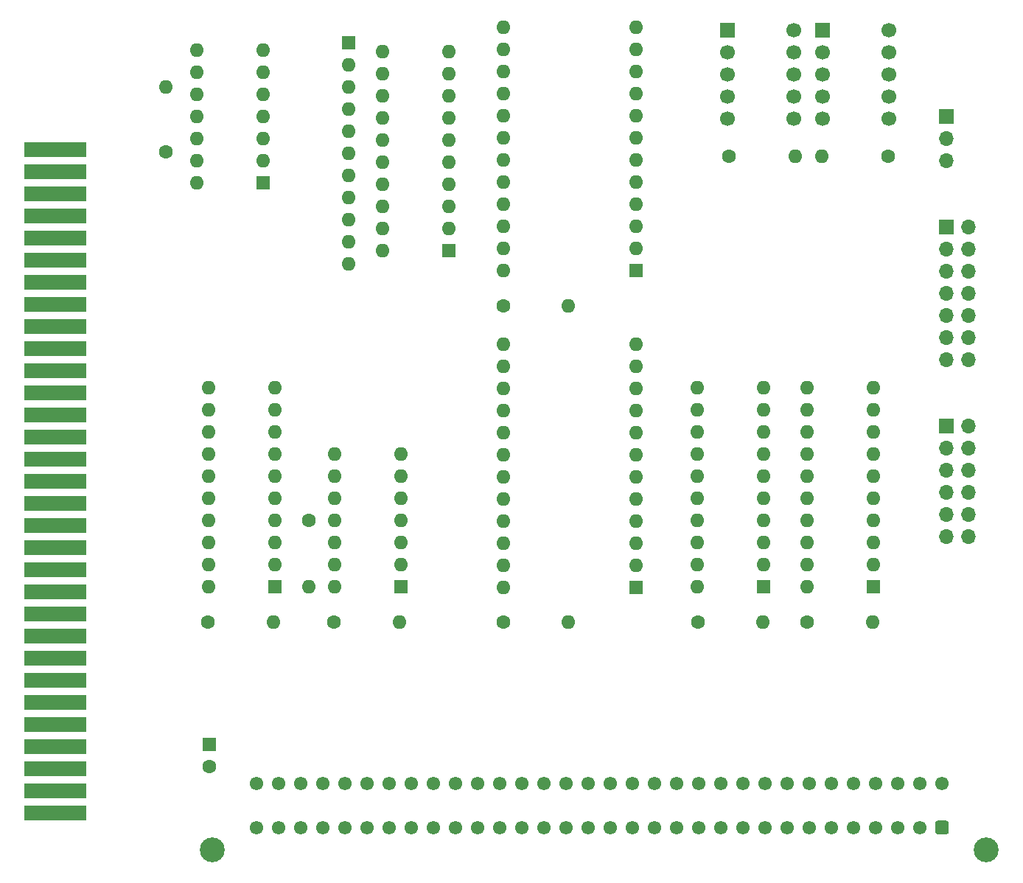
<source format=gbr>
%TF.GenerationSoftware,KiCad,Pcbnew,(5.1.12)-1*%
%TF.CreationDate,2022-05-03T20:15:27+02:00*%
%TF.ProjectId,ec1834-post,65633138-3334-42d7-906f-73742e6b6963,2*%
%TF.SameCoordinates,Original*%
%TF.FileFunction,Soldermask,Bot*%
%TF.FilePolarity,Negative*%
%FSLAX46Y46*%
G04 Gerber Fmt 4.6, Leading zero omitted, Abs format (unit mm)*
G04 Created by KiCad (PCBNEW (5.1.12)-1) date 2022-05-03 20:15:27*
%MOMM*%
%LPD*%
G01*
G04 APERTURE LIST*
%ADD10O,1.600000X1.600000*%
%ADD11R,1.600000X1.600000*%
%ADD12C,1.550000*%
%ADD13C,2.850000*%
%ADD14C,1.600000*%
%ADD15O,1.700000X1.700000*%
%ADD16R,1.700000X1.700000*%
%ADD17R,7.112000X1.778000*%
%ADD18C,1.700000*%
G04 APERTURE END LIST*
D10*
%TO.C,U3*%
X70866000Y-73660000D03*
X78486000Y-58420000D03*
X70866000Y-71120000D03*
X78486000Y-60960000D03*
X70866000Y-68580000D03*
X78486000Y-63500000D03*
X70866000Y-66040000D03*
X78486000Y-66040000D03*
X70866000Y-63500000D03*
X78486000Y-68580000D03*
X70866000Y-60960000D03*
X78486000Y-71120000D03*
X70866000Y-58420000D03*
D11*
X78486000Y-73660000D03*
%TD*%
D10*
%TO.C,U5*%
X106045000Y-83756500D03*
X121285000Y-55816500D03*
X106045000Y-81216500D03*
X121285000Y-58356500D03*
X106045000Y-78676500D03*
X121285000Y-60896500D03*
X106045000Y-76136500D03*
X121285000Y-63436500D03*
X106045000Y-73596500D03*
X121285000Y-65976500D03*
X106045000Y-71056500D03*
X121285000Y-68516500D03*
X106045000Y-68516500D03*
X121285000Y-71056500D03*
X106045000Y-65976500D03*
X121285000Y-73596500D03*
X106045000Y-63436500D03*
X121285000Y-76136500D03*
X106045000Y-60896500D03*
X121285000Y-78676500D03*
X106045000Y-58356500D03*
X121285000Y-81216500D03*
X106045000Y-55816500D03*
D11*
X121285000Y-83756500D03*
%TD*%
D12*
%TO.C,J0*%
X77724000Y-142621000D03*
X80264000Y-142621000D03*
X82804000Y-142621000D03*
X85344000Y-142621000D03*
X87884000Y-142621000D03*
X90424000Y-142621000D03*
X92964000Y-142621000D03*
X95504000Y-142621000D03*
X98044000Y-142621000D03*
X100584000Y-142621000D03*
X103124000Y-142621000D03*
X105664000Y-142621000D03*
X108204000Y-142621000D03*
X110744000Y-142621000D03*
X113284000Y-142621000D03*
X115824000Y-142621000D03*
X118364000Y-142621000D03*
X120904000Y-142621000D03*
X123444000Y-142621000D03*
X125984000Y-142621000D03*
X128524000Y-142621000D03*
X131064000Y-142621000D03*
X133604000Y-142621000D03*
X136144000Y-142621000D03*
X138684000Y-142621000D03*
X141224000Y-142621000D03*
X143764000Y-142621000D03*
X146304000Y-142621000D03*
X148844000Y-142621000D03*
X151384000Y-142621000D03*
X153924000Y-142621000D03*
X156464000Y-142621000D03*
X77724000Y-147701000D03*
X80264000Y-147701000D03*
X82804000Y-147701000D03*
X85344000Y-147701000D03*
X87884000Y-147701000D03*
X90424000Y-147701000D03*
X92964000Y-147701000D03*
X95504000Y-147701000D03*
X98044000Y-147701000D03*
X100584000Y-147701000D03*
X103124000Y-147701000D03*
X105664000Y-147701000D03*
X108204000Y-147701000D03*
X110744000Y-147701000D03*
X113284000Y-147701000D03*
X115824000Y-147701000D03*
X118364000Y-147701000D03*
X120904000Y-147701000D03*
X123444000Y-147701000D03*
X125984000Y-147701000D03*
X128524000Y-147701000D03*
X131064000Y-147701000D03*
X133604000Y-147701000D03*
X136144000Y-147701000D03*
X138684000Y-147701000D03*
X141224000Y-147701000D03*
X143764000Y-147701000D03*
X146304000Y-147701000D03*
X148844000Y-147701000D03*
X151384000Y-147701000D03*
X153924000Y-147701000D03*
G36*
G01*
X157239000Y-147175998D02*
X157239000Y-148226002D01*
G75*
G02*
X156989002Y-148476000I-249998J0D01*
G01*
X155938998Y-148476000D01*
G75*
G02*
X155689000Y-148226002I0J249998D01*
G01*
X155689000Y-147175998D01*
G75*
G02*
X155938998Y-146926000I249998J0D01*
G01*
X156989002Y-146926000D01*
G75*
G02*
X157239000Y-147175998I0J-249998D01*
G01*
G37*
D13*
X72644000Y-150241000D03*
X161544000Y-150241000D03*
%TD*%
D10*
%TO.C,U4*%
X128333500Y-120078500D03*
X135953500Y-97218500D03*
X128333500Y-117538500D03*
X135953500Y-99758500D03*
X128333500Y-114998500D03*
X135953500Y-102298500D03*
X128333500Y-112458500D03*
X135953500Y-104838500D03*
X128333500Y-109918500D03*
X135953500Y-107378500D03*
X128333500Y-107378500D03*
X135953500Y-109918500D03*
X128333500Y-104838500D03*
X135953500Y-112458500D03*
X128333500Y-102298500D03*
X135953500Y-114998500D03*
X128333500Y-99758500D03*
X135953500Y-117538500D03*
X128333500Y-97218500D03*
D11*
X135953500Y-120078500D03*
%TD*%
D10*
%TO.C,C4*%
X135897000Y-124079000D03*
D14*
X128397000Y-124079000D03*
%TD*%
D10*
%TO.C,U9*%
X140975000Y-120078500D03*
X148595000Y-97218500D03*
X140975000Y-117538500D03*
X148595000Y-99758500D03*
X140975000Y-114998500D03*
X148595000Y-102298500D03*
X140975000Y-112458500D03*
X148595000Y-104838500D03*
X140975000Y-109918500D03*
X148595000Y-107378500D03*
X140975000Y-107378500D03*
X148595000Y-109918500D03*
X140975000Y-104838500D03*
X148595000Y-112458500D03*
X140975000Y-102298500D03*
X148595000Y-114998500D03*
X140975000Y-99758500D03*
X148595000Y-117538500D03*
X140975000Y-97218500D03*
D11*
X148595000Y-120078500D03*
%TD*%
D10*
%TO.C,C8*%
X148470000Y-124079000D03*
D14*
X140970000Y-124079000D03*
%TD*%
%TO.C,C7*%
X72263000Y-140676000D03*
D11*
X72263000Y-138176000D03*
%TD*%
D10*
%TO.C,C6*%
X113545000Y-124079000D03*
D14*
X106045000Y-124079000D03*
%TD*%
D10*
%TO.C,C5*%
X113545000Y-87757000D03*
D14*
X106045000Y-87757000D03*
%TD*%
D15*
%TO.C,J4*%
X159512000Y-114300000D03*
X156972000Y-114300000D03*
X159512000Y-111760000D03*
X156972000Y-111760000D03*
X159512000Y-109220000D03*
X156972000Y-109220000D03*
X159512000Y-106680000D03*
X156972000Y-106680000D03*
X159512000Y-104140000D03*
X156972000Y-104140000D03*
X159512000Y-101600000D03*
D16*
X156972000Y-101600000D03*
%TD*%
D15*
%TO.C,J3*%
X156972000Y-71120000D03*
X156972000Y-68580000D03*
D16*
X156972000Y-66040000D03*
%TD*%
D15*
%TO.C,J2*%
X159512000Y-93980000D03*
X156972000Y-93980000D03*
X159512000Y-91440000D03*
X156972000Y-91440000D03*
X159512000Y-88900000D03*
X156972000Y-88900000D03*
X159512000Y-86360000D03*
X156972000Y-86360000D03*
X159512000Y-83820000D03*
X156972000Y-83820000D03*
X159512000Y-81280000D03*
X156972000Y-81280000D03*
X159512000Y-78740000D03*
D16*
X156972000Y-78740000D03*
%TD*%
D17*
%TO.C,J1*%
X54610000Y-72390000D03*
X54610000Y-77470000D03*
X54610000Y-80010000D03*
X54610000Y-82550000D03*
X54610000Y-92710000D03*
X54610000Y-97790000D03*
X54610000Y-100330000D03*
X54610000Y-102870000D03*
X54610000Y-105410000D03*
X54610000Y-107950000D03*
X54610000Y-110490000D03*
X54610000Y-123190000D03*
X54610000Y-125730000D03*
X54610000Y-130810000D03*
X54610000Y-133350000D03*
X54610000Y-135890000D03*
X54610000Y-69850000D03*
X54610000Y-74930000D03*
X54610000Y-85090000D03*
X54610000Y-87630000D03*
X54610000Y-90170000D03*
X54610000Y-95250000D03*
X54610000Y-113030000D03*
X54610000Y-115570000D03*
X54610000Y-118110000D03*
X54610000Y-120650000D03*
X54610000Y-128270000D03*
X54610000Y-138430000D03*
X54610000Y-140970000D03*
X54610000Y-143510000D03*
X54610000Y-146050000D03*
%TD*%
D18*
%TO.C,U8*%
X150368000Y-56134000D03*
X150368000Y-58674000D03*
X150368000Y-61214000D03*
X150368000Y-63754000D03*
X150368000Y-66294000D03*
X142748000Y-66294000D03*
X142748000Y-63754000D03*
X142748000Y-61214000D03*
X142748000Y-58674000D03*
D16*
X142748000Y-56134000D03*
%TD*%
D18*
%TO.C,U7*%
X139446000Y-56134000D03*
X139446000Y-58674000D03*
X139446000Y-61214000D03*
X139446000Y-63754000D03*
X139446000Y-66294000D03*
X131826000Y-66294000D03*
X131826000Y-63754000D03*
X131826000Y-61214000D03*
X131826000Y-58674000D03*
D16*
X131826000Y-56134000D03*
%TD*%
D10*
%TO.C,U6*%
X106045000Y-120142000D03*
X121285000Y-92202000D03*
X106045000Y-117602000D03*
X121285000Y-94742000D03*
X106045000Y-115062000D03*
X121285000Y-97282000D03*
X106045000Y-112522000D03*
X121285000Y-99822000D03*
X106045000Y-109982000D03*
X121285000Y-102362000D03*
X106045000Y-107442000D03*
X121285000Y-104902000D03*
X106045000Y-104902000D03*
X121285000Y-107442000D03*
X106045000Y-102362000D03*
X121285000Y-109982000D03*
X106045000Y-99822000D03*
X121285000Y-112522000D03*
X106045000Y-97282000D03*
X121285000Y-115062000D03*
X106045000Y-94742000D03*
X121285000Y-117602000D03*
X106045000Y-92202000D03*
D11*
X121285000Y-120142000D03*
%TD*%
D10*
%TO.C,U2*%
X86652100Y-120078500D03*
X94272100Y-104838500D03*
X86652100Y-117538500D03*
X94272100Y-107378500D03*
X86652100Y-114998500D03*
X94272100Y-109918500D03*
X86652100Y-112458500D03*
X94272100Y-112458500D03*
X86652100Y-109918500D03*
X94272100Y-114998500D03*
X86652100Y-107378500D03*
X94272100Y-117538500D03*
X86652100Y-104838500D03*
D11*
X94272100Y-120078500D03*
%TD*%
D10*
%TO.C,U1*%
X72174100Y-120078500D03*
X79794100Y-97218500D03*
X72174100Y-117538500D03*
X79794100Y-99758500D03*
X72174100Y-114998500D03*
X79794100Y-102298500D03*
X72174100Y-112458500D03*
X79794100Y-104838500D03*
X72174100Y-109918500D03*
X79794100Y-107378500D03*
X72174100Y-107378500D03*
X79794100Y-109918500D03*
X72174100Y-104838500D03*
X79794100Y-112458500D03*
X72174100Y-102298500D03*
X79794100Y-114998500D03*
X72174100Y-99758500D03*
X79794100Y-117538500D03*
X72174100Y-97218500D03*
D11*
X79794100Y-120078500D03*
%TD*%
D10*
%TO.C,SW1*%
X92202000Y-81434000D03*
X99822000Y-58574000D03*
X92202000Y-78894000D03*
X99822000Y-61114000D03*
X92202000Y-76354000D03*
X99822000Y-63654000D03*
X92202000Y-73814000D03*
X99822000Y-66194000D03*
X92202000Y-71274000D03*
X99822000Y-68734000D03*
X92202000Y-68734000D03*
X99822000Y-71274000D03*
X92202000Y-66194000D03*
X99822000Y-73814000D03*
X92202000Y-63654000D03*
X99822000Y-76354000D03*
X92202000Y-61114000D03*
X99822000Y-78894000D03*
X92202000Y-58574000D03*
D11*
X99822000Y-81434000D03*
%TD*%
D10*
%TO.C,RN1*%
X88265000Y-82931000D03*
X88265000Y-80391000D03*
X88265000Y-77851000D03*
X88265000Y-75311000D03*
X88265000Y-72771000D03*
X88265000Y-70231000D03*
X88265000Y-67691000D03*
X88265000Y-65151000D03*
X88265000Y-62611000D03*
X88265000Y-60071000D03*
D11*
X88265000Y-57531000D03*
%TD*%
D10*
%TO.C,R3*%
X83731100Y-120078500D03*
D14*
X83731100Y-112458500D03*
%TD*%
D10*
%TO.C,R2*%
X142621000Y-70612000D03*
D14*
X150241000Y-70612000D03*
%TD*%
D10*
%TO.C,R1*%
X139573000Y-70612000D03*
D14*
X131953000Y-70612000D03*
%TD*%
D10*
%TO.C,C3*%
X67310000Y-62604000D03*
D14*
X67310000Y-70104000D03*
%TD*%
D10*
%TO.C,C2*%
X94122100Y-124079000D03*
D14*
X86622100Y-124079000D03*
%TD*%
D10*
%TO.C,C1*%
X79644100Y-124079000D03*
D14*
X72144100Y-124079000D03*
%TD*%
M02*

</source>
